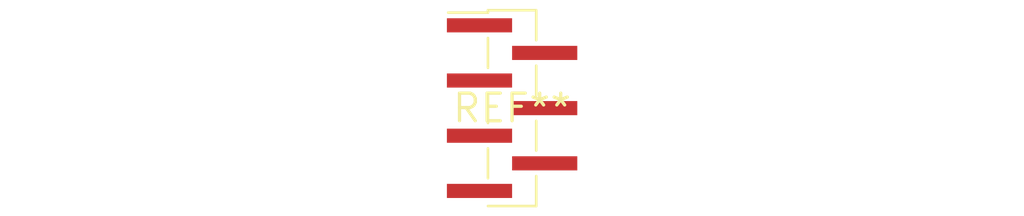
<source format=kicad_pcb>
(kicad_pcb (version 20240108) (generator pcbnew)
  (layers (0 "F.Cu" signal) (31 "B.Cu" signal) (34 "B.Paste" user) (35 "F.Paste" user) (36 "B.SilkS" user "B.Silkscreen") (37 "F.SilkS" user "F.Silkscreen") (38 "B.Mask" user) (39 "F.Mask" user) (44 "Edge.Cuts" user))
  (net 0 "")
  (footprint "PinHeader_1x07_P1.27mm_Vertical_SMD_Pin1Left" (layer "F.Cu") (at 0 0)
    (property "Reference" "REF**")
    (property "Value" "PinHeader_1x07_P1.27mm_Vertical_SMD_Pin1Left")
    (fp_line (start -1.11 -4.505) (end -1.11 -4.395) (layer "F.SilkS") (stroke (width 0.12)))
    (fp_line (start -1.11 -4.505) (end 1.11 -4.505) (layer "F.SilkS") (stroke (width 0.12)))
    (fp_line (start -1.11 -4.395) (end -2.94 -4.395) (layer "F.SilkS") (stroke (width 0.12)))
    (fp_line (start -1.11 -3.225) (end -1.11 -1.855) (layer "F.SilkS") (stroke (width 0.12)))
    (fp_line (start -1.11 -0.685) (end -1.11 0.685) (layer "F.SilkS") (stroke (width 0.12)))
    (fp_line (start -1.11 1.855) (end -1.11 3.225) (layer "F.SilkS") (stroke (width 0.12)))
    (fp_line (start -1.11 4.505) (end 1.11 4.505) (layer "F.SilkS") (stroke (width 0.12)))
    (fp_line (start 1.11 -4.495) (end 1.11 -3.125) (layer "F.SilkS") (stroke (width 0.12)))
    (fp_line (start 1.11 -1.955) (end 1.11 -0.585) (layer "F.SilkS") (stroke (width 0.12)))
    (fp_line (start 1.11 0.585) (end 1.11 1.955) (layer "F.SilkS") (stroke (width 0.12)))
    (fp_line (start 1.11 3.125) (end 1.11 4.495) (layer "F.SilkS") (stroke (width 0.12)))
    (fp_line (start 1.11 4.395) (end 1.11 4.505) (layer "F.SilkS") (stroke (width 0.12)))
    (pad "1" smd rect (at -1.5 -3.81) (size 3 0.65) (layers "F.Cu" "F.Paste" "F.Mask"))
    (pad "2" smd rect (at 1.5 -2.54) (size 3 0.65) (layers "F.Cu" "F.Paste" "F.Mask"))
    (pad "3" smd rect (at -1.5 -1.27) (size 3 0.65) (layers "F.Cu" "F.Paste" "F.Mask"))
    (pad "4" smd rect (at 1.5 0) (size 3 0.65) (layers "F.Cu" "F.Paste" "F.Mask"))
    (pad "5" smd rect (at -1.5 1.27) (size 3 0.65) (layers "F.Cu" "F.Paste" "F.Mask"))
    (pad "6" smd rect (at 1.5 2.54) (size 3 0.65) (layers "F.Cu" "F.Paste" "F.Mask"))
    (pad "7" smd rect (at -1.5 3.81) (size 3 0.65) (layers "F.Cu" "F.Paste" "F.Mask"))
  )
)
</source>
